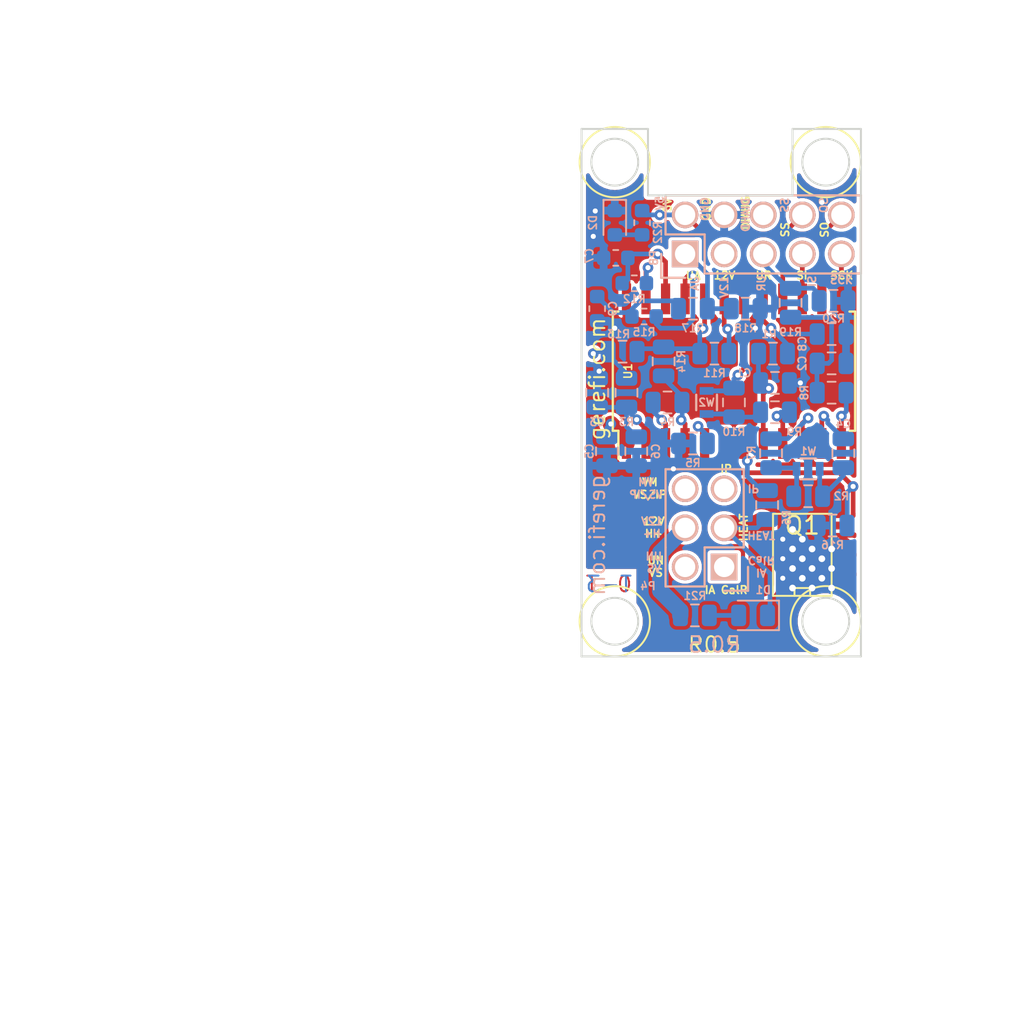
<source format=kicad_pcb>
(kicad_pcb (version 20171130) (host pcbnew "(5.1.5)-3")
  (title_block (title "CJ125 Wide O2 ") (date 2020-06-12) (rev R0.5) (company http://gerefi.com/))
  (layers (0 F.Cu signal) (1 PWR power) (2 GND power) (31 B.Cu signal) (34 B.Paste user) (35 F.Paste user) (36 B.SilkS user) (37 F.SilkS user) (38 B.Mask user) (39 F.Mask user) (44 Edge.Cuts user))
  (net 0 "")
  (net 1 GND)
  (net 2 /RST)
  (net 3 /CJ125_UR)
  (net 4 /UN)
  (net 5 "Net-(C4-Pad1)")
  (net 6 /CM)
  (net 7 /WO2-12V)
  (net 8 /CF)
  (net 9 /CJ125_5v)
  (net 10 /CJ125_UA)
  (net 11 /CJ125_IP)
  (net 12 /CJ125_HEATER)
  (net 13 /CJ125_IA)
  (net 14 /CJ125_VM)
  (net 15 /CJ125_UN)
  (net 16 /CJ125_SS)
  (net 17 /CJ125_SI)
  (net 18 /CJ125_SO)
  (net 19 /CJ125_SCK)
  (net 20 "Net-(R2-Pad1)")
  (net 21 /OSZ)
  (net 22 /DIAHD)
  (net 23 /RM)
  (net 24 /UR)
  (net 25 "Net-(R10-Pad2)")
  (net 26 /RS)
  (net 27 /UP)
  (net 28 /US)
  (net 29 /RF)
  (net 30 /UA)
  (net 31 /DIAHG)
  (net 32 "Net-(P8-Pad1)")
  (net 33 "Net-(P8-Pad5)")
  (net 34 "Net-(D1-Pad2)")
  (net 35 "Net-(D2-Pad2)")
  (module Resistor_SMD:R_0805_2012Metric (layer B.Cu) (at 118.745 136.525 180)
    (fp_text reference R21 (at 0 1.27) (layer B.SilkS) (effects (font (size 0.508 0.508) (thickness 0.1016)) (justify mirror)))
    (fp_text value 4.7k)
    (pad 2 smd roundrect (at 0.9375 0 180) (size 0.975 1.4) (layers B.Cu B.Paste B.Mask) (net 7 /WO2-12V))
    (pad 1 smd roundrect (at -0.9375 0 180) (size 0.975 1.4) (layers B.Cu B.Paste B.Mask) (net 34 "Net-(D1-Pad2)"))
  )
  (module Resistor_SMD:R_0805_2012Metric (layer B.Cu) (at 127.762 116.078)
    (fp_text reference R20 (at 0 1.143) (layer B.SilkS) (effects (font (size 0.508 0.508) (thickness 0.1016)) (justify mirror)))
    (fp_text value 10k)
    (pad 2 smd roundrect (at 0.9375 0) (size 0.975 1.4) (layers B.Cu B.Paste B.Mask) (net 1 GND))
    (pad 1 smd roundrect (at -0.9375 0) (size 0.975 1.4) (layers B.Cu B.Paste B.Mask) (net 33 "Net-(P8-Pad5)"))
  )
  (module Resistor_SMD:R_0805_2012Metric (layer B.Cu) (at 124.968 116.205 270)
    (fp_text reference R19 (at 1.905 0 180) (layer B.SilkS) (effects (font (size 0.508 0.508) (thickness 0.1016)) (justify mirror)))
    (fp_text value 6.8k)
    (pad 2 smd roundrect (at 0.9375 0 270) (size 0.975 1.4) (layers B.Cu B.Paste B.Mask) (net 3 /CJ125_UR))
    (pad 1 smd roundrect (at -0.9375 0 270) (size 0.975 1.4) (layers B.Cu B.Paste B.Mask) (net 33 "Net-(P8-Pad5)"))
  )
  (module Resistor_SMD:R_0805_2012Metric (layer B.Cu) (at 122.047 116.586)
    (fp_text reference R18 (at 0 1.27) (layer B.SilkS) (effects (font (size 0.508 0.508) (thickness 0.1016)) (justify mirror)))
    (fp_text value 10k)
    (pad 2 smd roundrect (at 0.9375 0) (size 0.975 1.4) (layers B.Cu B.Paste B.Mask) (net 1 GND))
    (pad 1 smd roundrect (at -0.9375 0) (size 0.975 1.4) (layers B.Cu B.Paste B.Mask) (net 32 "Net-(P8-Pad1)"))
  )
  (module Resistor_SMD:R_0805_2012Metric (layer B.Cu) (at 118.618 116.586 180)
    (fp_text reference R17 (at 0 -1.27) (layer B.SilkS) (effects (font (size 0.508 0.508) (thickness 0.1016)) (justify mirror)))
    (fp_text value 6.8k)
    (pad 2 smd roundrect (at 0.9375 0 180) (size 0.975 1.4) (layers B.Cu B.Paste B.Mask) (net 10 /CJ125_UA))
    (pad 1 smd roundrect (at -0.9375 0 180) (size 0.975 1.4) (layers B.Cu B.Paste B.Mask) (net 32 "Net-(P8-Pad1)"))
  )
  (module Resistor_SMD:R_0805_2012Metric (layer B.Cu) (at 127.6985 130.683)
    (fp_text reference R16 (at 0 1.27) (layer B.SilkS) (effects (font (size 0.508 0.508) (thickness 0.1016)) (justify mirror)))
    (fp_text value 10k)
    (pad 2 smd roundrect (at 0.9375 0) (size 0.975 1.4) (layers B.Cu B.Paste B.Mask) (net 31 /DIAHG))
    (pad 1 smd roundrect (at -0.9375 0) (size 0.975 1.4) (layers B.Cu B.Paste B.Mask) (net 1 GND))
  )
  (module Resistor_SMD:R_0805_2012Metric (layer B.Cu) (at 116.713 120.015 90)
    (fp_text reference R14 (at 0 1.143 90) (layer B.SilkS) (effects (font (size 0.508 0.508) (thickness 0.1016)) (justify mirror)))
    (fp_text value 511k)
    (pad 2 smd roundrect (at 0.9375 0 90) (size 0.975 1.4) (layers B.Cu B.Paste B.Mask) (net 27 /UP))
    (pad 1 smd roundrect (at -0.9375 0 90) (size 0.975 1.4) (layers B.Cu B.Paste B.Mask) (net 13 /CJ125_IA))
  )
  (module Resistor_SMD:R_0805_2012Metric (layer B.Cu) (at 114.046 119.38)
    (fp_text reference R13 (at -0.254 -1.143) (layer B.SilkS) (effects (font (size 0.508 0.508) (thickness 0.1016)) (justify mirror)))
    (fp_text value 100k)
    (pad 2 smd roundrect (at 0.9375 0) (size 0.975 1.4) (layers B.Cu B.Paste B.Mask) (net 27 /UP))
    (pad 1 smd roundrect (at -0.9375 0) (size 0.975 1.4) (layers B.Cu B.Paste B.Mask) (net 15 /CJ125_UN))
  )
  (module Resistor_SMD:R_0805_2012Metric (layer B.Cu) (at 120.015 119.507)
    (fp_text reference R11 (at 0 1.27) (layer B.SilkS) (effects (font (size 0.508 0.508) (thickness 0.1016)) (justify mirror)))
    (fp_text value 5.11k)
    (pad 2 smd roundrect (at 0.9375 0) (size 0.975 1.4) (layers B.Cu B.Paste B.Mask) (net 28 /US))
    (pad 1 smd roundrect (at -0.9375 0) (size 0.975 1.4) (layers B.Cu B.Paste B.Mask) (net 27 /UP))
  )
  (module Resistor_SMD:R_0805_2012Metric (layer B.Cu) (at 121.285 122.682 270)
    (fp_text reference R10 (at 1.905 0 180) (layer B.SilkS) (effects (font (size 0.508 0.508) (thickness 0.1016)) (justify mirror)))
    (fp_text value 220)
    (pad 2 smd roundrect (at 0.9375 0 270) (size 0.975 1.4) (layers B.Cu B.Paste B.Mask) (net 25 "Net-(R10-Pad2)"))
    (pad 1 smd roundrect (at -0.9375 0 270) (size 0.975 1.4) (layers B.Cu B.Paste B.Mask) (net 14 /CJ125_VM))
  )
  (module Resistor_SMD:R_0805_2012Metric (layer B.Cu) (at 123.952 123.317)
    (fp_text reference R9 (at 1.27 1.27) (layer B.SilkS) (effects (font (size 0.508 0.508) (thickness 0.1016)) (justify mirror)))
    (fp_text value 82.5)
    (pad 2 smd roundrect (at 0.9375 0) (size 0.975 1.4) (layers B.Cu B.Paste B.Mask) (net 26 /RS))
    (pad 1 smd roundrect (at -0.9375 0) (size 0.975 1.4) (layers B.Cu B.Paste B.Mask) (net 25 "Net-(R10-Pad2)"))
  )
  (module Resistor_SMD:R_0805_2012Metric (layer B.Cu) (at 127.635 122.047 180)
    (fp_text reference R8 (at 1.778 0 90) (layer B.SilkS) (effects (font (size 0.508 0.508) (thickness 0.1016)) (justify mirror)))
    (fp_text value 1k)
    (pad 2 smd roundrect (at 0.9375 0 180) (size 0.975 1.4) (layers B.Cu B.Paste B.Mask) (net 3 /CJ125_UR))
    (pad 1 smd roundrect (at -0.9375 0 180) (size 0.975 1.4) (layers B.Cu B.Paste B.Mask) (net 24 /UR))
  )
  (module Resistor_SMD:R_0805_2012Metric (layer B.Cu) (at 123.698 125.984 270)
    (fp_text reference R7 (at 0 1.27 90) (layer B.SilkS) (effects (font (size 0.508 0.508) (thickness 0.1016)) (justify mirror)))
    (fp_text value 10k)
    (pad 2 smd roundrect (at 0.9375 0 270) (size 0.975 1.4) (layers B.Cu B.Paste B.Mask) (net 20 "Net-(R2-Pad1)"))
    (pad 1 smd roundrect (at -0.9375 0 270) (size 0.975 1.4) (layers B.Cu B.Paste B.Mask) (net 23 /RM))
  )
  (module Resistor_SMD:R_0805_2012Metric (layer B.Cu) (at 123.444 129.3495 270)
    (fp_text reference R6 (at 0.8255 -1.27 90) (layer B.SilkS) (effects (font (size 0.508 0.508) (thickness 0.1016)) (justify mirror)))
    (fp_text value 6.8k)
    (pad 2 smd roundrect (at 0.9375 0 270) (size 0.975 1.4) (layers B.Cu B.Paste B.Mask) (net 12 /CJ125_HEATER))
    (pad 1 smd roundrect (at -0.9375 0 270) (size 0.975 1.4) (layers B.Cu B.Paste B.Mask) (net 22 /DIAHD))
  )
  (module Resistor_SMD:R_0805_2012Metric (layer B.Cu) (at 118.618 125.349)
    (fp_text reference R5 (at 0 1.27) (layer B.SilkS) (effects (font (size 0.508 0.508) (thickness 0.1016)) (justify mirror)))
    (fp_text value 10k)
    (pad 2 smd roundrect (at 0.9375 0) (size 0.975 1.4) (layers B.Cu B.Paste B.Mask) (net 21 /OSZ))
    (pad 1 smd roundrect (at -0.9375 0) (size 0.975 1.4) (layers B.Cu B.Paste B.Mask) (net 1 GND))
  )
  (module Resistor_SMD:R_0805_2012Metric (layer B.Cu) (at 116.967 122.682)
    (fp_text reference R4 (at 0 1.27) (layer B.SilkS) (effects (font (size 0.508 0.508) (thickness 0.1016)) (justify mirror)))
    (fp_text value 61.9)
    (pad 2 smd roundrect (at 0.9375 0) (size 0.975 1.4) (layers B.Cu B.Paste B.Mask) (net 13 /CJ125_IA))
    (pad 1 smd roundrect (at -0.9375 0) (size 0.975 1.4) (layers B.Cu B.Paste B.Mask) (net 11 /CJ125_IP))
  )
  (module Resistor_SMD:R_0805_2012Metric (layer B.Cu) (at 114.3 122.047 90)
    (fp_text reference R3 (at -1.905 0 180) (layer B.SilkS) (effects (font (size 0.508 0.508) (thickness 0.1016)) (justify mirror)))
    (fp_text value 0R)
    (pad 2 smd roundrect (at 0.9375 0 90) (size 0.975 1.4) (layers B.Cu B.Paste B.Mask) (net 15 /CJ125_UN))
    (pad 1 smd roundrect (at -0.9375 0 90) (size 0.975 1.4) (layers B.Cu B.Paste B.Mask) (net 4 /UN))
  )
  (module Resistor_SMD:R_0805_2012Metric (layer B.Cu) (at 126.111 128.778)
    (fp_text reference R2 (at 2.159 0) (layer B.SilkS) (effects (font (size 0.508 0.508) (thickness 0.1016)) (justify mirror)))
    (fp_text value 21k6)
    (pad 2 smd roundrect (at 0.9375 0) (size 0.975 1.4) (layers B.Cu B.Paste B.Mask) (net 5 "Net-(C4-Pad1)"))
    (pad 1 smd roundrect (at -0.9375 0) (size 0.975 1.4) (layers B.Cu B.Paste B.Mask) (net 20 "Net-(R2-Pad1)"))
  )
  (module Resistor_SMD:R_0805_2012Metric (layer B.Cu) (at 123.825 119.507)
    (fp_text reference R1 (at -0.254 -1.27) (layer B.SilkS) (effects (font (size 0.508 0.508) (thickness 0.1016)) (justify mirror)))
    (fp_text value 10k)
    (pad 2 smd roundrect (at 0.9375 0) (size 0.975 1.4) (layers B.Cu B.Paste B.Mask) (net 9 /CJ125_5v))
    (pad 1 smd roundrect (at -0.9375 0) (size 0.975 1.4) (layers B.Cu B.Paste B.Mask) (net 2 /RST))
  )
  (module LED_SMD:LED_0805_2012Metric (layer B.Cu) (at 122.5296 136.525 180)
    (fp_text reference D1 (at -0.6604 1.65) (layer B.SilkS) (effects (font (size 0.508 0.508) (thickness 0.1016)) (justify mirror)))
    (fp_text value LED-RED)
    (pad 2 smd roundrect (at 0.9375 0 180) (size 0.975 1.4) (layers B.Cu B.Paste B.Mask) (net 34 "Net-(D1-Pad2)"))
    (pad 1 smd roundrect (at -0.9375 0 180) (size 0.975 1.4) (layers B.Cu B.Paste B.Mask) (net 12 /CJ125_HEATER))
  )
  (module Capacitor_SMD:C_0805_2012Metric (layer B.Cu) (at 127.635 118.237 180)
    (fp_text reference C8 (at 1.905 -0.635 90) (layer B.SilkS) (effects (font (size 0.508 0.508) (thickness 0.1016)) (justify mirror)))
    (fp_text value 0.033uF)
    (pad 2 smd roundrect (at 0.9375 0 180) (size 0.975 1.4) (layers B.Cu B.Paste B.Mask) (net 9 /CJ125_5v))
    (pad 1 smd roundrect (at -0.9375 0 180) (size 0.975 1.4) (layers B.Cu B.Paste B.Mask) (net 1 GND))
  )
  (module Capacitor_SMD:C_0805_2012Metric (layer B.Cu) (at 113.03 125.857 90)
    (fp_text reference C6 (at 0 3.175 90) (layer B.SilkS) (effects (font (size 0.508 0.508) (thickness 0.1016)) (justify mirror)))
    (fp_text value 0.033uF)
    (pad 2 smd roundrect (at 0.9375 0 90) (size 0.975 1.4) (layers B.Cu B.Paste B.Mask) (net 7 /WO2-12V))
    (pad 1 smd roundrect (at -0.9375 0 90) (size 0.975 1.4) (layers B.Cu B.Paste B.Mask) (net 1 GND))
  )
  (module Capacitor_SMD:C_0805_2012Metric (layer B.Cu) (at 114.935 125.857 270)
    (fp_text reference C5 (at 0 3.048 270) (layer B.SilkS) (effects (font (size 0.508 0.508) (thickness 0.1016)) (justify mirror)))
    (fp_text value 220pf)
    (pad 2 smd roundrect (at 0.9375 0 270) (size 0.975 1.4) (layers B.Cu B.Paste B.Mask) (net 1 GND))
    (pad 1 smd roundrect (at -0.9375 0 270) (size 0.975 1.4) (layers B.Cu B.Paste B.Mask) (net 4 /UN))
  )
  (module Capacitor_SMD:C_0805_2012Metric (layer B.Cu) (at 128.397 125.984 90)
    (fp_text reference C4 (at 1.905 0 180) (layer B.SilkS) (effects (font (size 0.508 0.508) (thickness 0.1016)) (justify mirror)))
    (fp_text value 0.1uF)
    (pad 2 smd roundrect (at 0.9375 0 90) (size 0.975 1.4) (layers B.Cu B.Paste B.Mask) (net 6 /CM))
    (pad 1 smd roundrect (at -0.9375 0 90) (size 0.975 1.4) (layers B.Cu B.Paste B.Mask) (net 5 "Net-(C4-Pad1)"))
  )
  (module Capacitor_SMD:C_0805_2012Metric (layer B.Cu) (at 112.395 122.047 90)
    (fp_text reference C3 (at -1.905 0 180) (layer B.SilkS) (effects (font (size 0.508 0.508) (thickness 0.1016)) (justify mirror)))
    (fp_text value DNP)
    (pad 2 smd roundrect (at 0.9375 0 90) (size 0.975 1.4) (layers B.Cu B.Paste B.Mask) (net 1 GND))
    (pad 1 smd roundrect (at -0.9375 0 90) (size 0.975 1.4) (layers B.Cu B.Paste B.Mask) (net 4 /UN))
  )
  (module Capacitor_SMD:C_0805_2012Metric (layer B.Cu) (at 127.635 120.142)
    (fp_text reference C2 (at -1.905 0 90) (layer B.SilkS) (effects (font (size 0.508 0.508) (thickness 0.1016)) (justify mirror)))
    (fp_text value 0.033uF)
    (pad 2 smd roundrect (at 0.9375 0) (size 0.975 1.4) (layers B.Cu B.Paste B.Mask) (net 1 GND))
    (pad 1 smd roundrect (at -0.9375 0) (size 0.975 1.4) (layers B.Cu B.Paste B.Mask) (net 3 /CJ125_UR))
  )
  (module Capacitor_SMD:C_0805_2012Metric (layer B.Cu) (at 123.952 121.412)
    (fp_text reference C1 (at -2.032 -0.635 180) (layer B.SilkS) (effects (font (size 0.508 0.508) (thickness 0.1016)) (justify mirror)))
    (fp_text value 1000pF)
    (pad 2 smd roundrect (at 0.9375 0) (size 0.975 1.4) (layers B.Cu B.Paste B.Mask) (net 1 GND))
    (pad 1 smd roundrect (at -0.9375 0) (size 0.975 1.4) (layers B.Cu B.Paste B.Mask) (net 2 /RST))
  )
  (module Socket_Strips:Socket_Strip_Straight_2x05 (layer B.Cu) (at 118.11 113.03)
    (fp_text reference P8 (at -2.032 0.254 90) (layer B.SilkS) (effects (font (size 0.508 0.508) (thickness 0.1016)) (justify mirror)))
    (fp_text value CONN_02X05 hide)
    (pad 1 thru_hole rect (at 0 0) (size 1.7272 1.7272) (drill 1.3208) (layers *.Cu *.Mask B.SilkS) (net 32 "Net-(P8-Pad1)"))
    (pad 2 thru_hole oval (at 0 -2.54) (size 1.7272 1.7272) (drill 1.3208) (layers *.Cu *.Mask B.SilkS) (net 9 /CJ125_5v))
    (pad 3 thru_hole oval (at 2.54 0) (size 1.7272 1.7272) (drill 1.3208) (layers *.Cu *.Mask B.SilkS) (net 7 /WO2-12V))
    (pad 4 thru_hole oval (at 2.54 -2.54) (size 1.7272 1.7272) (drill 1.3208) (layers *.Cu *.Mask B.SilkS) (net 1 GND))
    (pad 5 thru_hole oval (at 5.08 0) (size 1.7272 1.7272) (drill 1.3208) (layers *.Cu *.Mask B.SilkS) (net 33 "Net-(P8-Pad5)"))
    (pad 6 thru_hole oval (at 5.08 -2.54) (size 1.7272 1.7272) (drill 1.3208) (layers *.Cu *.Mask B.SilkS) (net 31 /DIAHG))
    (pad 7 thru_hole oval (at 7.62 0) (size 1.7272 1.7272) (drill 1.3208) (layers *.Cu *.Mask B.SilkS) (net 17 /CJ125_SI))
    (pad 8 thru_hole oval (at 7.62 -2.54) (size 1.7272 1.7272) (drill 1.3208) (layers *.Cu *.Mask B.SilkS) (net 16 /CJ125_SS))
    (pad 9 thru_hole oval (at 10.16 0) (size 1.7272 1.7272) (drill 1.3208) (layers *.Cu *.Mask B.SilkS) (net 19 /CJ125_SCK))
    (pad 10 thru_hole oval (at 10.16 -2.54) (size 1.7272 1.7272) (drill 1.3208) (layers *.Cu *.Mask B.SilkS) (net 18 /CJ125_SO))
  )
  (module Resistor_SMD:R_0603_1608Metric (layer B.Cu) (at 115.443 117.094)
    (fp_text reference R15 (at 0 1.016) (layer B.SilkS) (effects (font (size 0.508 0.508) (thickness 0.1016)) (justify mirror)))
    (fp_text value 1k)
    (pad 2 smd roundrect (at 0.7875 0) (size 0.875 0.95) (layers B.Cu B.Paste B.Mask) (net 30 /UA))
    (pad 1 smd roundrect (at -0.7875 0) (size 0.875 0.95) (layers B.Cu B.Paste B.Mask) (net 10 /CJ125_UA))
  )
  (module Capacitor_SMD:C_0603_1608Metric (layer B.Cu) (at 112.395 116.586 90)
    (fp_text reference C9 (at 0 1.016 90) (layer B.SilkS) (effects (font (size 0.508 0.508) (thickness 0.1016)) (justify mirror)))
    (fp_text value 0.033uF)
    (pad 2 smd roundrect (at 0.7875 0 90) (size 0.875 0.95) (layers B.Cu B.Paste B.Mask) (net 10 /CJ125_UA))
    (pad 1 smd roundrect (at -0.7875 0 90) (size 0.875 0.95) (layers B.Cu B.Paste B.Mask) (net 1 GND))
  )
  (module Resistor_SMD:R_0603_1608Metric (layer B.Cu) (at 115.316 110.998 270)
    (fp_text reference R22 (at 0.635 -1.016 90) (layer B.SilkS) (effects (font (size 0.508 0.508) (thickness 0.1016)) (justify mirror)))
    (fp_text value 1k)
    (pad 2 smd roundrect (at 0.7875 0 270) (size 0.875 0.95) (layers B.Cu B.Paste B.Mask) (net 35 "Net-(D2-Pad2)"))
    (pad 1 smd roundrect (at -0.7875 0 270) (size 0.875 0.95) (layers B.Cu B.Paste B.Mask) (net 9 /CJ125_5v))
  )
  (module LED_SMD:LED_0603_1608Metric (layer B.Cu) (at 113.538 110.998 270)
    (fp_text reference D2 (at 0 1.43 90) (layer B.SilkS) (effects (font (size 0.508 0.508) (thickness 0.1016)) (justify mirror)))
    (fp_text value LED-GRN)
    (pad 2 smd roundrect (at 0.7875 0 270) (size 0.875 0.95) (layers B.Cu B.Paste B.Mask) (net 35 "Net-(D2-Pad2)"))
    (pad 1 smd roundrect (at -0.7875 0 270) (size 0.875 0.95) (layers B.Cu B.Paste B.Mask) (net 1 GND))
  )
  (module Resistor_SMD:R_0603_1608Metric (layer B.Cu) (at 114.808 114.935)
    (fp_text reference R12 (at 0 1.016) (layer B.SilkS) (effects (font (size 0.508 0.508) (thickness 0.1016)) (justify mirror)))
    (fp_text value 100k)
    (pad 2 smd roundrect (at 0.7875 0) (size 0.875 0.95) (layers B.Cu B.Paste B.Mask) (net 29 /RF))
    (pad 1 smd roundrect (at -0.7875 0) (size 0.875 0.95) (layers B.Cu B.Paste B.Mask) (net 8 /CF))
  )
  (module Capacitor_SMD:C_0603_1608Metric (layer B.Cu) (at 113.6015 113.284)
    (fp_text reference C7 (at -1.7145 -0.127 90) (layer B.SilkS) (effects (font (size 0.508 0.508) (thickness 0.1016)) (justify mirror)))
    (fp_text value 0.1uF)
    (pad 2 smd roundrect (at 0.7875 0) (size 0.875 0.95) (layers B.Cu B.Paste B.Mask) (net 8 /CF))
    (pad 1 smd roundrect (at -0.7875 0) (size 0.875 0.95) (layers B.Cu B.Paste B.Mask) (net 1 GND))
  )
  (module rsuEFI_Lib:SO8E_ST (layer F.Cu) (at 125.73 132.588 90)
    (fp_text reference Q1 (at 1.905 0) (layer F.SilkS) (effects (font (size 1.143 1.143) (thickness 0.1524))))
    (fp_text value FDS2734 hide)
    (pad 1 smd rect (at 1.905 2.667 90) (size 0.508 1.143) (layers F.Cu F.Paste F.Mask) (net 31 /DIAHG))
    (pad 3 smd rect (at 0.635 2.667 90) (size 0.508 1.143) (layers F.Cu F.Paste F.Mask) (net 1 GND))
    (pad 3 smd rect (at -0.635 2.667 90) (size 0.508 1.143) (layers F.Cu F.Paste F.Mask) (net 1 GND))
    (pad 2 smd rect (at 1.905 -2.667 90) (size 0.508 1.143) (layers F.Cu F.Paste F.Mask) (net 12 /CJ125_HEATER))
    (pad 2 smd rect (at 0.635 -2.667 90) (size 0.508 1.143) (layers F.Cu F.Paste F.Mask) (net 12 /CJ125_HEATER))
    (pad 2 smd rect (at -0.635 -2.667 90) (size 0.508 1.143) (layers F.Cu F.Paste F.Mask) (net 12 /CJ125_HEATER))
    (pad 3 smd rect (at -1.905 2.667 90) (size 0.508 1.143) (layers F.Cu F.Paste F.Mask) (net 1 GND))
    (pad 2 smd rect (at -1.905 -2.667 90) (size 0.508 1.143) (layers F.Cu F.Paste F.Mask) (net 12 /CJ125_HEATER))
  )
  (module SOIC-24_7.5x15.4mm_Pitch1.27mm (layer F.Cu) (at 121.285 120.65 90)
    (fp_text reference U1 (at 0 -6.8834 90) (layer F.SilkS) (effects (font (size 0.508 0.508) (thickness 0.1016))))
    (fp_text value CJ125)
    (pad 1 smd rect (at -4.7 -6.985 90) (size 2 0.6) (layers F.Cu F.Paste F.Mask) (net 7 /WO2-12V))
    (pad 2 smd rect (at -4.7 -5.715 90) (size 2 0.6) (layers F.Cu F.Paste F.Mask) (net 4 /UN))
    (pad 3 smd rect (at -4.7 -4.445 90) (size 2 0.6) (layers F.Cu F.Paste F.Mask) (net 11 /CJ125_IP))
    (pad 4 smd rect (at -4.7 -3.175 90) (size 2 0.6) (layers F.Cu F.Paste F.Mask) (net 13 /CJ125_IA))
    (pad 5 smd rect (at -4.7 -1.905 90) (size 2 0.6) (layers F.Cu F.Paste F.Mask) (net 21 /OSZ))
    (pad 6 smd rect (at -4.7 -0.635 90) (size 2 0.6) (layers F.Cu F.Paste F.Mask) (net 31 /DIAHG))
    (pad 7 smd rect (at -4.7 0.635 90) (size 2 0.6) (layers F.Cu F.Paste F.Mask) (net 22 /DIAHD))
    (pad 8 smd rect (at -4.7 1.905 90) (size 2 0.6) (layers F.Cu F.Paste F.Mask) (net 2 /RST))
    (pad 9 smd rect (at -4.7 3.175 90) (size 2 0.6) (layers F.Cu F.Paste F.Mask) (net 26 /RS))
    (pad 10 smd rect (at -4.7 4.445 90) (size 2 0.6) (layers F.Cu F.Paste F.Mask) (net 23 /RM))
    (pad 11 smd rect (at -4.7 5.715 90) (size 2 0.6) (layers F.Cu F.Paste F.Mask) (net 6 /CM))
    (pad 12 smd rect (at -4.7 6.985 90) (size 2 0.6) (layers F.Cu F.Paste F.Mask) (net 24 /UR))
    (pad 13 smd rect (at 4.7 6.985 90) (size 2 0.6) (layers F.Cu F.Paste F.Mask) (net 19 /CJ125_SCK))
    (pad 14 smd rect (at 4.7 5.715 90) (size 2 0.6) (layers F.Cu F.Paste F.Mask) (net 18 /CJ125_SO))
    (pad 15 smd rect (at 4.7 4.445 90) (size 2 0.6) (layers F.Cu F.Paste F.Mask) (net 17 /CJ125_SI))
    (pad 16 smd rect (at 4.7 3.175 90) (size 2 0.6) (layers F.Cu F.Paste F.Mask) (net 16 /CJ125_SS))
    (pad 17 smd rect (at 4.7 1.905 90) (size 2 0.6) (layers F.Cu F.Paste F.Mask) (net 9 /CJ125_5v))
    (pad 18 smd rect (at 4.7 0.635 90) (size 2 0.6) (layers F.Cu F.Paste F.Mask) (net 14 /CJ125_VM))
    (pad 19 smd rect (at 4.7 -0.635 90) (size 2 0.6) (layers F.Cu F.Paste F.Mask) (net 28 /US))
    (pad 20 smd rect (at 4.7 -1.905 90) (size 2 0.6) (layers F.Cu F.Paste F.Mask) (net 27 /UP))
    (pad 21 smd rect (at 4.7 -3.175 90) (size 2 0.6) (layers F.Cu F.Paste F.Mask) (net 30 /UA))
    (pad 22 smd rect (at 4.7 -4.445 90) (size 2 0.6) (layers F.Cu F.Paste F.Mask) (net 8 /CF))
    (pad 23 smd rect (at 4.7 -5.715 90) (size 2 0.6) (layers F.Cu F.Paste F.Mask) (net 29 /RF))
    (pad 24 smd rect (at 4.7 -6.985 90) (size 2 0.6) (layers F.Cu F.Paste F.Mask) (net 1 GND))
  )
  (module Socket_Strips:Socket_Strip_Straight_2x03 (layer B.Cu) (at 120.65 133.3754 90)
    (fp_text reference P4 (at -1.2446 -4.953) (layer B.SilkS) (effects (font (size 0.508 0.508) (thickness 0.1016)) (justify mirror)))
    (fp_text value CONN_02X03 hide)
    (pad 1 thru_hole rect (at 0 0 90) (size 1.7272 1.7272) (drill 1.3208) (layers *.Cu *.Mask B.SilkS) (net 13 /CJ125_IA))
    (pad 2 thru_hole oval (at 0 -2.54 90) (size 1.7272 1.7272) (drill 1.3208) (layers *.Cu *.Mask B.SilkS) (net 15 /CJ125_UN))
    (pad 3 thru_hole oval (at 2.54 0 90) (size 1.7272 1.7272) (drill 1.3208) (layers *.Cu *.Mask B.SilkS) (net 12 /CJ125_HEATER))
    (pad 4 thru_hole oval (at 2.54 -2.54 90) (size 1.7272 1.7272) (drill 1.3208) (layers *.Cu *.Mask B.SilkS) (net 7 /WO2-12V))
    (pad 5 thru_hole oval (at 5.08 0 90) (size 1.7272 1.7272) (drill 1.3208) (layers *.Cu *.Mask B.SilkS) (net 11 /CJ125_IP))
    (pad 6 thru_hole oval (at 5.08 -2.54 90) (size 1.7272 1.7272) (drill 1.3208) (layers *.Cu *.Mask B.SilkS) (net 14 /CJ125_VM))
  )
  (module R_0603 (layer B.Cu) (at 126.111 127 180)
    (fp_text reference W1 (at 0 1.143 180) (layer B.SilkS) (effects (font (size 0.50038 0.50038) (thickness 0.10922)) (justify mirror)))
    (fp_text value TEST hide)
    (pad 1 smd rect (at -0.75 0 180) (size 0.5 0.9) (layers B.Cu B.Paste B.Mask) (net 5 "Net-(C4-Pad1)"))
    (pad 2 smd rect (at 0.75 0 180) (size 0.5 0.9) (layers B.Cu B.Paste B.Mask) (net 20 "Net-(R2-Pad1)"))
  )
  (module R_0603 (layer B.Cu) (at 119.507 122.682 90)
    (fp_text reference W2 (at 0 0) (layer B.SilkS) (effects (font (size 0.50038 0.50038) (thickness 0.10922)) (justify mirror)))
    (fp_text value TEST hide)
    (pad 1 smd rect (at -0.75 0 90) (size 0.5 0.9) (layers B.Cu B.Paste B.Mask) (net 25 "Net-(R10-Pad2)"))
    (pad 2 smd rect (at 0.75 0 90) (size 0.5 0.9) (layers B.Cu B.Paste B.Mask) (net 14 /CJ125_VM))
  )
  (gr_text gerefi.com (at 112.395 131.318 90) (layer B.SilkS) (effects (font (size 1 1) (thickness 0.127)) (justify mirror)))
  (gr_text R0.5 (at 120.015 138.43) (layer B.SilkS) (effects (font (size 1.016 1.016) (thickness 0.127)) (justify mirror)))
  (gr_line (start 129.54 104.902) (end 125.095 104.902) (angle 90) (layer Edge.Cuts) (width 0.127))
  (gr_line (start 125.095 109.22) (end 125.095 104.902) (angle 90) (layer Edge.Cuts) (width 0.127))
  (gr_line (start 115.697 104.902) (end 111.379 104.902) (angle 90) (layer Edge.Cuts) (width 0.127))
  (gr_line (start 115.697 109.22) (end 115.697 104.902) (angle 90) (layer Edge.Cuts) (width 0.127))
  (gr_arc (start 127.254 107.061) (end 128.778 107.061) (angle 360) (layer Edge.Cuts) (width 0.127))
  (gr_arc (start 113.538 107.061) (end 115.062 107.061) (angle 360) (layer Edge.Cuts) (width 0.127))
  (gr_circle (center 127.254 107.061) (end 129.54 107.061) (layer F.SilkS) (width 0.127))
  (gr_circle (center 127.254 136.906) (end 129.54 136.906) (layer F.SilkS) (width 0.127))
  (gr_circle (center 113.538 136.906) (end 113.538 139.192) (layer F.SilkS) (width 0.127))
  (gr_circle (center 113.538 107.061) (end 115.824 107.061) (layer F.SilkS) (width 0.127))
  (gr_circle (center 127.254 136.906) (end 127.254 138.43) (layer Edge.Cuts) (width 0.127))
  (gr_circle (center 113.538 136.906) (end 113.538 138.43) (layer Edge.Cuts) (width 0.127))
  (gr_line (start 111.379 139.192) (end 129.54 139.192) (angle 90) (layer Edge.Cuts) (width 0.127))
  (gr_text gerefi.com (at 112.395 121.158 90) (layer F.SilkS) (effects (font (size 1.016 1.016) (thickness 0.127))))
  (gr_text "IA\nCalR" (at 123.063 133.35 180) (layer B.SilkS) (effects (font (size 0.50038 0.50038) (thickness 0.10922)) (justify mirror)))
  (gr_text HEAT (at 123.063 131.318 180) (layer B.SilkS) (effects (font (size 0.50038 0.50038) (thickness 0.10922)) (justify mirror)))
  (gr_text "VM\nVS/IP" (at 115.57 128.27) (layer B.SilkS) (effects (font (size 0.50038 0.50038) (thickness 0.10922)) (justify mirror)))
  (gr_text "12V\nH+" (at 115.951 130.81) (layer B.SilkS) (effects (font (size 0.50038 0.50038) (thickness 0.10922)) (justify mirror)))
  (gr_text "UN\nVS" (at 116.078 133.096) (layer B.SilkS) (effects (font (size 0.50038 0.50038) (thickness 0.10922)) (justify mirror)))
  (gr_text IP (at 122.555 128.27 180) (layer B.SilkS) (effects (font (size 0.50038 0.50038) (thickness 0.10922)) (justify mirror)))
  (gr_text 5V (at 116.459 109.728 90) (layer B.SilkS) (effects (font (size 0.50038 0.50038) (thickness 0.10922)) (justify mirror)))
  (gr_text GND (at 119.38 110.109 90) (layer B.SilkS) (effects (font (size 0.50038 0.50038) (thickness 0.10922)) (justify mirror)))
  (gr_text DIAHD (at 122.047 110.49 90) (layer B.SilkS) (effects (font (size 0.50038 0.50038) (thickness 0.10922)) (justify mirror)))
  (gr_text SS (at 124.587 109.855 90) (layer B.SilkS) (effects (font (size 0.50038 0.50038) (thickness 0.10922)) (justify mirror)))
  (gr_text SO (at 127.127 109.855 90) (layer B.SilkS) (effects (font (size 0.50038 0.50038) (thickness 0.10922)) (justify mirror)))
  (gr_text SI (at 126.365 114.808 90) (layer B.SilkS) (effects (font (size 0.50038 0.50038) (thickness 0.10922)) (justify mirror)))
  (gr_text SCK (at 128.27 114.681 180) (layer B.SilkS) (effects (font (size 0.50038 0.50038) (thickness 0.10922)) (justify mirror)))
  (gr_text UR (at 123.063 114.935 90) (layer B.SilkS) (effects (font (size 0.50038 0.50038) (thickness 0.10922)) (justify mirror)))
  (gr_text 12V (at 120.65 115.189 90) (layer B.SilkS) (effects (font (size 0.50038 0.50038) (thickness 0.10922)) (justify mirror)))
  (gr_text UA (at 118.745 114.935 90) (layer B.SilkS) (effects (font (size 0.50038 0.50038) (thickness 0.10922)) (justify mirror)))
  (gr_text "IA CalR" (at 120.777 134.874) (layer F.SilkS) (effects (font (size 0.50038 0.50038) (thickness 0.10922))))
  (gr_text HEAT (at 121.92 130.81 90) (layer F.SilkS) (effects (font (size 0.50038 0.50038) (thickness 0.10922))))
  (gr_text IP (at 120.777 127) (layer F.SilkS) (effects (font (size 0.50038 0.50038) (thickness 0.10922))))
  (gr_text "UN\nVS" (at 116.205 133.35) (layer F.SilkS) (effects (font (size 0.50038 0.50038) (thickness 0.10922))))
  (gr_text "12V\nH+" (at 116.078 130.81) (layer F.SilkS) (effects (font (size 0.50038 0.50038) (thickness 0.10922))))
  (gr_text "VM\nVS/IP" (at 115.824 128.27) (layer F.SilkS) (effects (font (size 0.50038 0.50038) (thickness 0.10922))))
  (gr_text UA (at 118.6434 114.4524) (layer F.SilkS) (effects (font (size 0.50038 0.50038) (thickness 0.10922))))
  (gr_text 12V (at 120.6754 114.427) (layer F.SilkS) (effects (font (size 0.50038 0.50038) (thickness 0.10922))))
  (gr_text UR (at 123.2154 114.427) (layer F.SilkS) (effects (font (size 0.50038 0.50038) (thickness 0.10922))))
  (gr_text SCK (at 128.2954 114.427) (layer F.SilkS) (effects (font (size 0.50038 0.50038) (thickness 0.10922))))
  (gr_text SI (at 125.7046 114.427) (layer F.SilkS) (effects (font (size 0.50038 0.50038) (thickness 0.10922))))
  (gr_text SO (at 127.1778 111.4552 90) (layer F.SilkS) (effects (font (size 0.50038 0.50038) (thickness 0.10922))))
  (gr_text SS (at 124.6124 111.4552 90) (layer F.SilkS) (effects (font (size 0.50038 0.50038) (thickness 0.10922))))
  (gr_text DIAHG (at 122.047 110.363 90) (layer F.SilkS) (effects (font (size 0.50038 0.50038) (thickness 0.10922))))
  (gr_text GND (at 119.507 110.109 90) (layer F.SilkS) (effects (font (size 0.50038 0.50038) (thickness 0.10922))))
  (gr_text 5V (at 116.967 109.855 90) (layer F.SilkS) (effects (font (size 0.50038 0.50038) (thickness 0.10922))))
  (gr_text R0.5 (at 120.015 138.43) (layer F.SilkS) (effects (font (size 1.016 1.016) (thickness 0.127))))
  (gr_text T-0 (at 113.157 134.493) (layer F.Cu) (effects (font (size 1.016 1.016) (thickness 0.127))))
  (gr_line (start 115.697 109.22) (end 125.095 109.22) (angle 90) (layer Edge.Cuts) (width 0.127))
  (gr_line (start 111.379 139.192) (end 111.379 104.902) (angle 90) (layer Edge.Cuts) (width 0.127))
  (gr_line (start 129.54 104.902) (end 129.54 139.192) (angle 90) (layer Edge.Cuts) (width 0.127))
  (gr_text T-3 (at 113.157 134.493) (layer B.Cu) (effects (font (size 1.016 1.016) (thickness 0.127)) (justify mirror)))
  (segment (start 122.87 116.586) (end 122.87 117.668) (width 0.3048) (layer B.Cu) (net 1))
  (via (at 122.682 117.856) (size 0.6858) (drill 0.3302) (layers F.Cu B.Cu) (net 1))
  (segment (start 122.87 117.668) (end 122.682 117.856) (width 0.3048) (layer B.Cu) (net 1))
  (segment (start 114.3 115.95) (end 114.3 117.094) (width 0.3048) (layer F.Cu) (net 1))
  (segment (start 113.2205 117.5385) (end 113.538 117.856) (width 0.3048) (layer B.Cu) (net 1))
  (via (at 113.538 117.856) (size 0.6858) (drill 0.3302) (layers F.Cu B.Cu) (net 1))
  (segment (start 113.2205 117.5385) (end 112.395 117.5385) (width 0.3048) (layer B.Cu) (net 1))
  (segment (start 114.3 117.094) (end 113.538 117.856) (width 0.3048) (layer F.Cu) (net 1))
  (segment (start 114.935 126.8095) (end 117.1575 126.8095) (width 0.3048) (layer B.Cu) (net 1))
  (segment (start 117.6655 126.6825) (end 117.348 127) (width 0.3048) (layer B.Cu) (net 1))
  (via (at 117.348 127) (size 0.6858) (drill 0.3302) (layers F.Cu B.Cu) (net 1))
  (segment (start 117.6655 126.6825) (end 117.6655 125.349) (width 0.3048) (layer B.Cu) (net 1))
  (segment (start 117.1575 126.8095) (end 117.348 127) (width 0.3048) (layer B.Cu) (net 1))
  (segment (start 128.5875 120.142) (end 128.5875 119.5705) (width 0.3048) (layer B.Cu) (net 1))
  (via (at 127 109.6772) (size 0.6858) (drill 0.3302) (layers F.Cu B.Cu) (net 1))
  (segment (start 125.095 132.207) (end 124.46 131.572) (width 0.3048) (layer B.Cu) (net 1))
  (via (at 127.635 134.747) (size 0.78994) (drill 0.43434) (layers F.Cu B.Cu) (net 1))
  (segment (start 127.635 134.747) (end 127.635 133.477) (width 0.3048) (layer B.Cu) (net 1))
  (via (at 127.635 133.477) (size 0.78994) (drill 0.43434) (layers F.Cu B.Cu) (net 1))
  (segment (start 127.635 133.477) (end 127.635 132.207) (width 0.3048) (layer F.Cu) (net 1))
  (via (at 127.635 132.207) (size 0.78994) (drill 0.43434) (layers F.Cu B.Cu) (net 1))
  (segment (start 127.635 132.207) (end 127 131.572) (width 0.3048) (layer B.Cu) (net 1))
  (via (at 125.095 130.937) (size 0.78994) (drill 0.43434) (layers F.Cu B.Cu) (net 1))
  (segment (start 127 131.572) (end 127 132.842) (width 0.3048) (layer F.Cu) (net 1))
  (via (at 127 132.842) (size 0.78994) (drill 0.43434) (layers F.Cu B.Cu) (net 1))
  (segment (start 127 132.842) (end 127 134.112) (width 0.3048) (layer B.Cu) (net 1))
  (via (at 127 134.112) (size 0.78994) (drill 0.43434) (layers F.Cu B.Cu) (net 1))
  (segment (start 127 134.112) (end 126.365 134.747) (width 0.3048) (layer F.Cu) (net 1))
  (via (at 126.365 134.747) (size 0.78994) (drill 0.43434) (layers F.Cu B.Cu) (net 1))
  (segment (start 126.365 134.747) (end 126.365 133.477) (width 0.3048) (layer B.Cu) (net 1))
  (via (at 126.365 133.477) (size 0.78994) (drill 0.43434) (layers F.Cu B.Cu) (net 1))
  (segment (start 126.365 133.477) (end 126.365 132.207) (width 0.3048) (layer F.Cu) (net 1))
  (via (at 126.365 132.207) (size 0.78994) (drill 0.43434) (layers F.Cu B.Cu) (net 1))
  (segment (start 126.365 132.207) (end 125.73 131.572) (width 0.3048) (layer B.Cu) (net 1))
  (via (at 125.73 131.572) (size 0.78994) (drill 0.43434) (layers F.Cu B.Cu) (net 1))
  (segment (start 125.73 131.572) (end 125.73 132.842) (width 0.3048) (layer F.Cu) (net 1))
  (via (at 125.73 132.842) (size 0.78994) (drill 0.43434) (layers F.Cu B.Cu) (net 1))
  (segment (start 125.73 132.842) (end 125.73 134.112) (width 0.3048) (layer B.Cu) (net 1))
  (via (at 125.73 134.112) (size 0.78994) (drill 0.43434) (layers F.Cu B.Cu) (net 1))
  (segment (start 125.73 134.112) (end 125.095 134.747) (width 0.3048) (layer F.Cu) (net 1))
  (via (at 125.095 134.747) (size 0.78994) (drill 0.43434) (layers F.Cu B.Cu) (net 1))
  (segment (start 125.095 134.747) (end 125.095 133.477) (width 0.3048) (layer B.Cu) (net 1))
  (via (at 125.095 133.477) (size 0.78994) (drill 0.43434) (layers F.Cu B.Cu) (net 1))
  (segment (start 125.095 133.477) (end 125.095 132.207) (width 0.3048) (layer F.Cu) (net 1))
  (via (at 125.095 132.207) (size 0.78994) (drill 0.43434) (layers F.Cu B.Cu) (net 1))
  (segment (start 127.889 134.493) (end 127.635 134.747) (width 0.3048) (layer F.Cu) (net 1))
  (via (at 124.46 134.112) (size 0.6858) (drill 0.3302) (layers F.Cu B.Cu) (net 1))
  (segment (start 124.46 132.842) (end 124.46 134.112) (width 0.3048) (layer B.Cu) (net 1))
  (via (at 124.46 132.842) (size 0.6858) (drill 0.3302) (layers F.Cu B.Cu) (net 1))
  (segment (start 124.46 131.572) (end 124.46 132.842) (width 0.3048) (layer F.Cu) (net 1))
  (via (at 124.46 131.572) (size 0.6858) (drill 0.3302) (layers F.Cu B.Cu) (net 1))
  (segment (start 128.397 134.493) (end 127.889 134.493) (width 0.3048) (layer F.Cu) (net 1))
  (segment (start 128.397 131.953) (end 128.397 133.223) (width 1.0668) (layer F.Cu) (net 1))
  (segment (start 128.397 133.223) (end 128.397 134.493) (width 1.0668) (layer F.Cu) (net 1))
  (segment (start 114.935 126.8095) (end 114.935 126.873) (width 0.3048) (layer B.Cu) (net 1))
  (segment (start 113.03 126.8095) (end 113.03 127) (width 0.3048) (layer B.Cu) (net 1))
  (segment (start 112.5855 117.5385) (end 112.395 117.5385) (width 0.3048) (layer B.Cu) (net 1))
  (segment (start 112.395 121.0945) (end 112.395 120.777) (width 0.3048) (layer B.Cu) (net 1))
  (segment (start 112.395 120.777) (end 112.522 120.65) (width 0.3048) (layer B.Cu) (net 1))
  (via (at 112.522 120.65) (size 0.6858) (drill 0.3302) (layers F.Cu B.Cu) (net 1))
  (via (at 112.268 110.236) (size 0.6858) (drill 0.3302) (layers F.Cu B.Cu) (net 1))
  (segment (start 113.538 110.2105) (end 112.2935 110.2105) (width 0.3048) (layer B.Cu) (net 1))
  (segment (start 112.2935 110.2105) (end 112.268 110.236) (width 0.3048) (layer B.Cu) (net 1))
  (via (at 112.141 111.887) (size 0.6858) (drill 0.3302) (layers F.Cu B.Cu) (net 1))
  (segment (start 112.814 113.284) (end 112.814 112.56) (width 0.3048) (layer B.Cu) (net 1))
  (segment (start 112.814 112.56) (end 112.141 111.887) (width 0.3048) (layer B.Cu) (net 1))
  (segment (start 124.7775 121.412) (end 125.603 121.412) (width 0.3048) (layer B.Cu) (net 1))
  (via (at 125.603 121.412) (size 0.6858) (drill 0.3302) (layers F.Cu B.Cu) (net 1))
  (segment (start 123.19 125.35) (end 123.19 122.1232) (width 0.3048) (layer F.Cu) (net 2))
  (segment (start 123.5456 121.7676) (end 123.19 121.412) (width 0.3048) (layer B.Cu) (net 2))
  (via (at 123.5456 121.7676) (size 0.6858) (drill 0.3302) (layers F.Cu B.Cu) (net 2))
  (segment (start 123.19 122.1232) (end 123.5456 121.7676) (width 0.3048) (layer F.Cu) (net 2))
  (segment (start 123.19 121.412) (end 122.8725 121.412) (width 0.3048) (layer B.Cu) (net 2))
  (segment (start 122.8725 121.412) (end 122.8725 119.507) (width 0.3048) (layer B.Cu) (net 2))
  (segment (start 126.873 120.142) (end 126.6825 120.142) (width 0.3048) (layer B.Cu) (net 3))
  (segment (start 126.6825 122.047) (end 126.6825 120.142) (width 0.3048) (layer B.Cu) (net 3))
  (segment (start 126.0498 117.155) (end 125.095 117.155) (width 0.3048) (layer B.Cu) (net 3))
  (segment (start 127.635 117.383558) (end 127.406442 117.155) (width 0.3048) (layer B.Cu) (net 3))
  (segment (start 127.4318 120.142) (end 127.635 119.9388) (width 0.3048) (layer B.Cu) (net 3))
  (segment (start 127.406442 117.155) (end 126.0498 117.155) (width 0.3048) (layer B.Cu) (net 3))
  (segment (start 126.6825 120.142) (end 127.4318 120.142) (width 0.3048) (layer B.Cu) (net 3))
  (segment (start 127.635 119.9388) (end 127.635 117.383558) (width 0.3048) (layer B.Cu) (net 3))
  (segment (start 115.57 125.35) (end 115.57 124.4092) (width 0.3048) (layer F.Cu) (net 4))
  (segment (start 115.57 124.4092) (end 114.9604 123.7996) (width 0.3048) (layer F.Cu) (net 4))
  (via (at 114.9604 123.7996) (size 0.6858) (drill 0.3302) (layers F.Cu B.Cu) (net 4))
  (segment (start 114.9604 123.7996) (end 114.3 123.1392) (width 0.3048) (layer B.Cu) (net 4))
  (segment (start 114.3 123.1392) (end 114.3 122.9995) (width 0.3048) (layer B.Cu) (net 4))
  (segment (start 115.1255 124.9045) (end 114.935 124.9045) (width 0.3048) (layer B.Cu) (net 4))
  (segment (start 114.3 122.9995) (end 114.3 124.2695) (width 0.3048) (layer B.Cu) (net 4))
  (segment (start 114.3 124.2695) (end 114.935 124.9045) (width 0.3048) (layer B.Cu) (net 4))
  (segment (start 112.395 122.9995) (end 114.3 122.9995) (width 0.3048) (layer B.Cu) (net 4))
  (segment (start 128.397 126.9365) (end 128.397 127.4445) (width 0.3048) (layer B.Cu) (net 5))
  (segment (start 128.397 127.4445) (end 127.0635 128.778) (width 0.3048) (layer B.Cu) (net 5))
  (segment (start 126.861 127.381) (end 126.861 128.5755) (width 0.3048) (layer B.Cu) (net 5))
  (segment (start 126.861 128.5755) (end 127.0635 128.778) (width 0.3048) (layer B.Cu) (net 5))
  (segment (start 127 125.35) (end 127 123.698) (width 0.3048) (layer F.Cu) (net 6))
  (segment (start 127.381 124.0155) (end 128.397 125.0315) (width 0.3048) (layer B.Cu) (net 6))
  (segment (start 127.381 123.825) (end 127.381 124.0155) (width 0.3048) (layer B.Cu) (net 6))
  (segment (start 127.127 123.571) (end 127.381 123.825) (width 0.3048) (layer B.Cu) (net 6))
  (via (at 127.127 123.571) (size 0.6858) (drill 0.3302) (layers F.Cu B.Cu) (net 6))
  (segment (start 127 123.698) (end 127.127 123.571) (width 0.3048) (layer F.Cu) (net 6))
  (segment (start 128.2065 125.0315) (end 128.397 125.0315) (width 0.3048) (layer B.Cu) (net 6))
  (via (at 113.284 124.079) (size 0.6858) (drill 0.3302) (layers F.Cu B.Cu) (net 7))
  (segment (start 113.284 124.079) (end 113.03 124.333) (width 0.3048) (layer B.Cu) (net 7))
  (segment (start 113.03 124.333) (end 113.03 124.9045) (width 0.3048) (layer B.Cu) (net 7))
  (segment (start 116.497099 134.927099) (end 116.497099 132.448301) (width 1.0668) (layer B.Cu) (net 7))
  (segment (start 117.246401 131.698999) (end 118.11 130.8354) (width 1.0668) (layer B.Cu) (net 7))
  (segment (start 116.497099 132.448301) (end 117.246401 131.698999) (width 1.0668) (layer B.Cu) (net 7))
  (segment (start 117.795 136.225) (end 116.497099 134.927099) (width 1.0668) (layer B.Cu) (net 7))
  (segment (start 117.795 136.525) (end 117.795 136.225) (width 1.0668) (layer B.Cu) (net 7))
  (segment (start 114.3 125.095) (end 113.284 124.079) (width 1.0668) (layer F.Cu) (net 7))
  (segment (start 114.3 125.35) (end 114.3 125.095) (width 1.0668) (layer F.Cu) (net 7))
  (segment (start 114.389 114.6935) (end 114.1475 114.935) (width 0.3048) (layer B.Cu) (net 8))
  (segment (start 114.389 113.284) (end 114.389 114.6935) (width 0.3048) (layer B.Cu) (net 8))
  (via (at 116.332 113.03) (size 0.6858) (drill 0.3302) (layers F.Cu B.Cu) (net 8))
  (segment (start 114.389 113.284) (end 114.643 113.03) (width 0.3048) (layer B.Cu) (net 8))
  (segment (start 114.643 113.03) (end 116.332 113.03) (width 0.3048) (layer B.Cu) (net 8))
  (segment (start 116.84 113.538) (end 116.332 113.03) (width 0.3048) (layer F.Cu) (net 8))
  (segment (start 116.84 115.95) (end 116.84 113.538) (width 0.3048) (layer F.Cu) (net 8))
  (segment (start 119.38 111.76) (end 118.11 110.49) (width 0.3048) (layer F.Cu) (net 9))
  (segment (start 121.1834 111.76) (end 119.38 111.76) (width 0.3048) (layer F.Cu) (net 9))
  (segment (start 121.92 112.4966) (end 121.1834 111.76) (width 0.3048) (layer F.Cu) (net 9))
  (segment (start 121.92 113.5126) (end 121.92 112.4966) (width 0.3048) (layer F.Cu) (net 9))
  (segment (start 123.19 114.7826) (end 121.92 113.5126) (width 0.3048) (layer F.Cu) (net 9))
  (segment (start 123.19 115.95) (end 123.19 114.7826) (width 0.3048) (layer F.Cu) (net 9))
  (segment (start 115.5955 110.49) (end 115.316 110.2105) (width 0.3048) (layer B.Cu) (net 9))
  (segment (start 118.11 110.49) (end 116.459 110.49) (width 0.3048) (layer B.Cu) (net 9))
  (segment (start 116.459 110.49) (end 115.5955 110.49) (width 0.3048) (layer B.Cu) (net 9))
  (via (at 116.459 110.49) (size 0.6858) (drill 0.3302) (layers F.Cu B.Cu) (net 9))
  (segment (start 123.19 115.95) (end 123.19 117.348) (width 0.3048) (layer F.Cu) (net 9))
  (via (at 123.698 117.856) (size 0.6858) (drill 0.3302) (layers F.Cu B.Cu) (net 9))
  (segment (start 123.19 117.348) (end 123.355101 117.513101) (width 0.3048) (layer F.Cu) (net 9))
  (segment (start 126.6825 118.237) (end 124.079 118.237) (width 0.3048) (layer B.Cu) (net 9))
  (segment (start 123.355101 117.513101) (end 123.698 117.856) (width 0.3048) (layer F.Cu) (net 9))
  (segment (start 124.040899 118.198899) (end 123.698 117.856) (width 0.3048) (layer B.Cu) (net 9))
  (segment (start 124.079 118.237) (end 124.040899 118.198899) (width 0.3048) (layer B.Cu) (net 9))
  (segment (start 124.7625 118.9205) (end 123.698 117.856) (width 0.3048) (layer B.Cu) (net 9))
  (segment (start 124.7625 119.507) (end 124.7625 118.9205) (width 0.3048) (layer B.Cu) (net 9))
  (segment (start 113.4365 116.84) (end 112.395 115.7985) (width 0.3048) (layer B.Cu) (net 10))
  (segment (start 114.6555 117.094) (end 114.4015 116.84) (width 0.3048) (layer B.Cu) (net 10))
  (segment (start 114.4015 116.84) (end 113.4365 116.84) (width 0.3048) (layer B.Cu) (net 10))
  (segment (start 117.348 116.078) (end 117.475 116.205) (width 0.3048) (layer B.Cu) (net 10))
  (segment (start 115.1965 116.078) (end 117.348 116.078) (width 0.3048) (layer B.Cu) (net 10))
  (segment (start 114.6555 117.094) (end 114.6555 116.619) (width 0.3048) (layer B.Cu) (net 10))
  (segment (start 114.6555 116.619) (end 115.1965 116.078) (width 0.3048) (layer B.Cu) (net 10))
  (segment (start 116.84 125.35) (end 116.84 124.079) (width 0.3048) (layer F.Cu) (net 11))
  (segment (start 116.84 124.079) (end 116.586 123.825) (width 0.3048) (layer F.Cu) (net 11))
  (segment (start 116.0145 122.682) (end 116.0145 123.2535) (width 0.3048) (layer B.Cu) (net 11))
  (segment (start 116.0145 123.2535) (end 116.586 123.825) (width 0.3048) (layer B.Cu) (net 11))
  (via (at 116.586 123.825) (size 0.6858) (drill 0.3302) (layers F.Cu B.Cu) (net 11))
  (segment (start 120.65 130.8354) (end 122.9106 130.8354) (width 1.651) (layer F.Cu) (net 12))
  (segment (start 122.9106 130.8354) (end 123.063 130.683) (width 1.651) (layer F.Cu) (net 12))
  (segment (start 123.063 134.493) (end 123.063 133.223) (width 1.651) (layer F.Cu) (net 12))
  (segment (start 123.063 133.223) (end 123.063 131.953) (width 1.651) (layer F.Cu) (net 12))
  (segment (start 123.063 131.953) (end 123.063 130.683) (width 1.651) (layer F.Cu) (net 12))
  (segment (start 122.7836 130.8354) (end 120.65 130.8354) (width 0.3048) (layer B.Cu) (net 12))
  (segment (start 123.317 130.302) (end 122.7836 130.8354) (width 0.3048) (layer B.Cu) (net 12))
  (segment (start 123.6296 133.815) (end 120.65 130.8354) (width 0.3048) (layer B.Cu) (net 12))
  (segment (start 123.6296 136.525) (end 123.6296 133.815) (width 0.3048) (layer B.Cu) (net 12))
  (segment (start 118.11 125.35) (end 118.11 124.079) (width 0.3048) (layer F.Cu) (net 13))
  (segment (start 118.11 124.079) (end 117.856 123.825) (width 0.3048) (layer F.Cu) (net 13))
  (segment (start 117.9195 122.682) (end 117.9195 122.301) (width 0.3048) (layer B.Cu) (net 13))
  (segment (start 117.9195 122.301) (end 116.713 121.0945) (width 0.3048) (layer B.Cu) (net 13))
  (segment (start 117.9195 123.7615) (end 117.9195 122.682) (width 0.3048) (layer B.Cu) (net 13))
  (segment (start 117.856 123.825) (end 117.9195 123.7615) (width 0.3048) (layer B.Cu) (net 13))
  (via (at 117.856 123.825) (size 0.6858) (drill 0.3302) (layers F.Cu B.Cu) (net 13))
  (segment (start 121.92 115.95) (end 121.92 120.523) (width 0.3048) (layer F.Cu) (net 14))
  (segment (start 121.92 120.523) (end 121.539 120.904) (width 0.3048) (layer F.Cu) (net 14))
  (segment (start 121.285 121.158) (end 121.285 121.7295) (width 0.3048) (layer B.Cu) (net 14))
  (segment (start 121.539 120.904) (end 121.285 121.158) (width 0.3048) (layer B.Cu) (net 14))
  (via (at 121.539 120.904) (size 0.6858) (drill 0.3302) (layers F.Cu B.Cu) (net 14))
  (segment (start 120.015 121.932) (end 121.0825 121.932) (width 0.3048) (layer B.Cu) (net 14))
  (segment (start 121.0825 121.932) (end 121.285 121.7295) (width 0.3048) (layer B.Cu) (net 14))
  (segment (start 121.0975 121.932) (end 121.285 121.7445) (width 0.3048) (layer B.Cu) (net 14))
  (segment (start 119.507 121.932) (end 121.0975 121.932) (width 0.3048) (layer B.Cu) (net 14))
  (segment (start 113.0935 119.38) (end 112.268 119.38) (width 0.3048) (layer B.Cu) (net 15))
  (via (at 112.141 119.507) (size 0.6858) (drill 0.3302) (layers F.Cu B.Cu) (net 15))
  (segment (start 112.268 119.38) (end 112.141 119.507) (width 0.3048) (layer B.Cu) (net 15))
  (segment (start 114.3 121.0945) (end 114.3 120.777) (width 0.3048) (layer B.Cu) (net 15))
  (segment (start 114.3 120.777) (end 113.0935 119.5705) (width 0.3048) (layer B.Cu) (net 15))
  (segment (start 113.0935 119.5705) (end 113.0935 119.38) (width 0.3048) (layer B.Cu) (net 15))
  (segment (start 113.8555 120.65) (end 114.3 121.0945) (width 0.3048) (layer B.Cu) (net 15))
  (segment (start 124.46 115.95) (end 124.46 111.76) (width 0.3048) (layer F.Cu) (net 16))
  (segment (start 124.46 111.76) (end 125.73 110.49) (width 0.3048) (layer F.Cu) (net 16))
  (segment (start 125.73 115.95) (end 125.73 113.03) (width 0.3048) (layer F.Cu) (net 17))
  (segment (start 127 115.95) (end 127 111.76) (width 0.3048) (layer F.Cu) (net 18))
  (segment (start 127 111.76) (end 128.27 110.49) (width 0.3048) (layer F.Cu) (net 18))
  (segment (start 128.27 115.95) (end 128.27 113.03) (width 0.3048) (layer F.Cu) (net 19))
  (segment (start 125.361 128.5755) (end 125.1585 128.778) (width 0.3048) (layer B.Cu) (net 20))
  (segment (start 125.361 127.012) (end 125.361 128.5755) (width 0.3048) (layer B.Cu) (net 20))
  (segment (start 123.698 126.9365) (end 125.2855 126.9365) (width 0.3048) (layer B.Cu) (net 20))
  (segment (start 125.2855 126.9365) (end 125.361 127.012) (width 0.3048) (layer B.Cu) (net 20))
  (via (at 118.956127 124.231633) (size 0.6858) (drill 0.3302) (layers F.Cu B.Cu) (net 21))
  (segment (start 119.299026 124.574532) (end 118.956127 124.231633) (width 0.3048) (layer F.Cu) (net 21))
  (segment (start 119.5705 124.9045) (end 119.5705 124.846005) (width 0.3048) (layer B.Cu) (net 21))
  (segment (start 119.38 124.655505) (end 119.299026 124.574532) (width 0.3048) (layer F.Cu) (net 21))
  (segment (start 119.299026 124.574532) (end 118.956127 124.231633) (width 0.3048) (layer B.Cu) (net 21))
  (segment (start 119.38 125.35) (end 119.38 124.655505) (width 0.3048) (layer F.Cu) (net 21))
  (segment (start 119.5705 124.846005) (end 119.299026 124.574532) (width 0.3048) (layer B.Cu) (net 21))
  (segment (start 121.92 125.35) (end 121.92 126.24944) (width 0.3048) (layer F.Cu) (net 22))
  (via (at 122.15623 126.48567) (size 0.6858) (drill 0.3302) (layers F.Cu B.Cu) (net 22))
  (segment (start 121.92 126.24944) (end 122.15623 126.48567) (width 0.3048) (layer F.Cu) (net 22))
  (segment (start 123.063 128.397) (end 123.317 128.397) (width 0.3048) (layer B.Cu) (net 22))
  (segment (start 122.15623 126.48567) (end 122.15623 127.49023) (width 0.3048) (layer B.Cu) (net 22))
  (segment (start 122.15623 127.49023) (end 123.063 128.397) (width 0.3048) (layer B.Cu) (net 22))
  (via (at 126.111 123.698) (size 0.6858) (drill 0.3302) (layers F.Cu B.Cu) (net 23))
  (segment (start 124.7775 125.0315) (end 125.768101 124.040899) (width 0.3048) (layer B.Cu) (net 23))
  (segment (start 125.73 124.0452) (end 126.0772 123.698) (width 0.3048) (layer F.Cu) (net 23))
  (segment (start 125.768101 124.040899) (end 126.111 123.698) (width 0.3048) (layer B.Cu) (net 23))
  (segment (start 123.3805 125.0315) (end 124.7775 125.0315) (width 0.3048) (layer B.Cu) (net 23))
  (segment (start 126.0772 123.698) (end 126.111 123.698) (width 0.3048) (layer F.Cu) (net 23))
  (segment (start 125.73 125.35) (end 125.73 124.0452) (width 0.3048) (layer F.Cu) (net 23))
  (segment (start 128.27 125.35) (end 128.27 123.571) (width 0.3048) (layer F.Cu) (net 24))
  (segment (start 128.5875 123.2535) (end 128.5875 122.047) (width 0.3048) (layer B.Cu) (net 24))
  (segment (start 128.27 123.571) (end 128.5875 123.2535) (width 0.3048) (layer B.Cu) (net 24))
  (via (at 128.27 123.571) (size 0.6858) (drill 0.3302) (layers F.Cu B.Cu) (net 24))
  (segment (start 121.285 123.6345) (end 122.555 123.6345) (width 0.3048) (layer B.Cu) (net 25))
  (segment (start 122.555 123.6345) (end 122.8725 123.317) (width 0.3048) (layer B.Cu) (net 25))
  (segment (start 120.015 123.432) (end 121.0825 123.432) (width 0.3048) (layer B.Cu) (net 25))
  (segment (start 121.0825 123.432) (end 121.285 123.6345) (width 0.3048) (layer B.Cu) (net 25))
  (segment (start 121.0975 123.432) (end 121.285 123.6195) (width 0.3048) (layer B.Cu) (net 25))
  (segment (start 119.507 123.432) (end 121.0975 123.432) (width 0.3048) (layer B.Cu) (net 25))
  (segment (start 124.46 125.35) (end 124.46 123.952) (width 0.3048) (layer F.Cu) (net 26))
  (segment (start 124.079 123.571) (end 124.333 123.317) (width 0.3048) (layer B.Cu) (net 26))
  (via (at 124.079 123.571) (size 0.6858) (drill 0.3302) (layers F.Cu B.Cu) (net 26))
  (segment (start 124.46 123.952) (end 124.079 123.571) (width 0.3048) (layer F.Cu) (net 26))
  (segment (start 124.333 123.317) (end 124.7775 123.317) (width 0.3048) (layer B.Cu) (net 26))
  (segment (start 119.38 115.95) (end 119.38 117.7798) (width 0.3048) (layer F.Cu) (net 27))
  (segment (start 119.0625 118.0973) (end 119.0625 119.507) (width 0.3048) (layer B.Cu) (net 27))
  (segment (start 119.2784 117.8814) (end 119.0625 118.0973) (width 0.3048) (layer B.Cu) (net 27))
  (via (at 119.2784 117.8814) (size 0.6858) (drill 0.3302) (layers F.Cu B.Cu) (net 27))
  (segment (start 119.38 117.7798) (end 119.2784 117.8814) (width 0.3048) (layer F.Cu) (net 27))
  (segment (start 116.713 119.1895) (end 118.745 119.1895) (width 0.3048) (layer B.Cu) (net 27))
  (segment (start 118.745 119.1895) (end 119.0625 119.507) (width 0.3048) (layer B.Cu) (net 27))
  (segment (start 116.713 119.1895) (end 115.189 119.1895) (width 0.3048) (layer B.Cu) (net 27))
  (segment (start 115.189 119.1895) (end 114.9985 119.38) (width 0.3048) (layer B.Cu) (net 27))
  (segment (start 120.65 115.95) (end 120.65 117.6782) (width 0.3048) (layer F.Cu) (net 28))
  (segment (start 120.9675 117.9957) (end 120.9675 119.507) (width 0.3048) (layer B.Cu) (net 28))
  (segment (start 120.8786 117.9068) (end 120.9675 117.9957) (width 0.3048) (layer B.Cu) (net 28))
  (via (at 120.8786 117.9068) (size 0.6858) (drill 0.3302) (layers F.Cu B.Cu) (net 28))
  (segment (start 120.65 117.6782) (end 120.8786 117.9068) (width 0.3048) (layer F.Cu) (net 28))
  (segment (start 120.9675 118.9355) (end 120.9675 119.507) (width 0.3048) (layer B.Cu) (net 28))
  (via (at 115.697 113.919) (size 0.6858) (drill 0.3302) (layers F.Cu B.Cu) (net 29))
  (segment (start 115.5955 114.935) (end 115.5955 114.0205) (width 0.3048) (layer B.Cu) (net 29))
  (segment (start 115.5955 114.0205) (end 115.697 113.919) (width 0.3048) (layer B.Cu) (net 29))
  (segment (start 115.57 114.046) (end 115.697 113.919) (width 0.3048) (layer F.Cu) (net 29))
  (segment (start 115.57 115.95) (end 115.57 114.046) (width 0.3048) (layer F.Cu) (net 29))
  (segment (start 116.2305 117.094) (end 116.2305 117.569) (width 0.3048) (layer B.Cu) (net 30))
  (segment (start 116.5175 117.856) (end 118.060942 117.856) (width 0.3048) (layer B.Cu) (net 30))
  (segment (start 116.2305 117.569) (end 116.5175 117.856) (width 0.3048) (layer B.Cu) (net 30))
  (via (at 118.618 114.452446) (size 0.6858) (drill 0.3302) (layers F.Cu B.Cu) (net 30))
  (segment (start 118.618 114.937379) (end 118.618 114.452446) (width 0.3048) (layer B.Cu) (net 30))
  (segment (start 118.060942 117.856) (end 118.618 117.298942) (width 0.3048) (layer B.Cu) (net 30))
  (segment (start 118.11 114.6452) (end 118.302754 114.452446) (width 0.3048) (layer F.Cu) (net 30))
  (segment (start 118.302754 114.452446) (end 118.618 114.452446) (width 0.3048) (layer F.Cu) (net 30))
  (segment (start 118.11 115.95) (end 118.11 114.6452) (width 0.3048) (layer F.Cu) (net 30))
  (segment (start 118.618 117.298942) (end 118.618 114.937379) (width 0.3048) (layer B.Cu) (net 30))
  (segment (start 129.032 129.921) (end 129.032 130.048) (width 0.3048) (layer F.Cu) (net 31))
  (via (at 129.032 128.143) (size 0.6858) (drill 0.3302) (layers F.Cu B.Cu) (net 31))
  (segment (start 129.032 128.143) (end 129.032 129.921) (width 0.3048) (layer F.Cu) (net 31))
  (segment (start 129.032 130.048) (end 128.397 130.683) (width 0.3048) (layer F.Cu) (net 31))
  (segment (start 128.651 128.524) (end 129.032 128.143) (width 0.3048) (layer B.Cu) (net 31))
  (segment (start 128.651 130.683) (end 128.651 128.524) (width 0.3048) (layer B.Cu) (net 31))
  (segment (start 128.143 127.254) (end 129.032 128.143) (width 0.3048) (layer F.Cu) (net 31))
  (segment (start 120.65 126.492) (end 120.904 126.746) (width 0.3048) (layer F.Cu) (net 31))
  (segment (start 120.904 126.746) (end 121.167907 126.746) (width 0.3048) (layer F.Cu) (net 31))
  (segment (start 121.167907 126.746) (end 121.675907 127.254) (width 0.3048) (layer F.Cu) (net 31))
  (segment (start 120.65 125.35) (end 120.65 126.492) (width 0.3048) (layer F.Cu) (net 31))
  (segment (start 121.675907 127.254) (end 128.143 127.254) (width 0.3048) (layer F.Cu) (net 31))
  (segment (start 119.568 116.586) (end 120.97 116.586) (width 0.3048) (layer B.Cu) (net 32))
  (segment (start 118.248166 113.03) (end 118.11 113.03) (width 0.3048) (layer B.Cu) (net 32))
  (segment (start 119.568 114.349834) (end 118.248166 113.03) (width 0.3048) (layer B.Cu) (net 32))
  (segment (start 119.568 116.586) (end 119.568 114.349834) (width 0.3048) (layer B.Cu) (net 32))
  (segment (start 125.095 115.255) (end 124.795 115.255) (width 0.3048) (layer B.Cu) (net 33))
  (segment (start 124.795 115.255) (end 123.19 113.65) (width 0.3048) (layer B.Cu) (net 33))
  (segment (start 123.19 113.65) (end 123.19 113.03) (width 0.3048) (layer B.Cu) (net 33))
  (segment (start 126.431 115.255) (end 126.812 115.636) (width 0.3048) (layer B.Cu) (net 33))
  (segment (start 126.812 115.636) (end 126.812 116.078) (width 0.3048) (layer B.Cu) (net 33))
  (segment (start 125.095 115.255) (end 126.431 115.255) (width 0.3048) (layer B.Cu) (net 33))
  (segment (start 119.695 136.525) (end 121.4296 136.525) (width 0.3048) (layer B.Cu) (net 34))
  (segment (start 115.316 111.7855) (end 113.538 111.7855) (width 0.3048) (layer B.Cu) (net 35))
  (zone (net 1) (net_name GND) (layer B.Cu) (connect_pads (clearance 0.2286)) (min_thickness 0.254) (fill yes (arc_segments 16) (thermal_gap 0.2286) (thermal_bridge_width 0.508) (smoothing fillet) (radius 0.508))
    (polygon (pts (xy 109.22 139.7) (xy 109.22 104.14) (xy 132.08 104.14) (xy 132.08 139.7)))
  )
  (zone (net 1) (net_name GND) (layer F.Cu) (connect_pads (clearance 0.2286)) (min_thickness 0.254) (fill yes (arc_segments 16) (thermal_gap 0.2286) (thermal_bridge_width 0.508) (smoothing fillet) (radius 0.508))
    (polygon (pts (xy 106.68 101.6) (xy 134.62 101.6) (xy 134.62 142.24) (xy 106.68 142.24)))
  )
)
</source>
